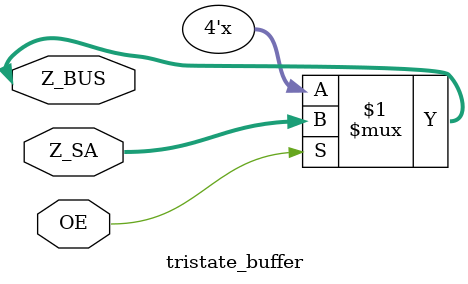
<source format=v>
module tristate_buffer(
Z_SA,
//Z_WR,
Z_BUS,
OE
);

parameter B_SIZE = 4;		// WORD SIZE IN BITS 4*8 = 32

// Input Ouput
inout	[B_SIZE-1:0] Z_SA;
//inout	[B_SIZE-1:0] Z_WR;
inout	[B_SIZE-1:0] Z_BUS;

// Input
input	OE;

// Wires
wire	[B_SIZE-1:0] Z_BUS;
wire	[B_SIZE-1:0] Z_SA;
//wire	[B_SIZE-1:0] Z_WR;
wire				OE; 

assign Z_BUS = OE ? Z_SA : {(B_SIZE){1'bz}};
//assign Z_WR = Z_BUS;

endmodule

</source>
